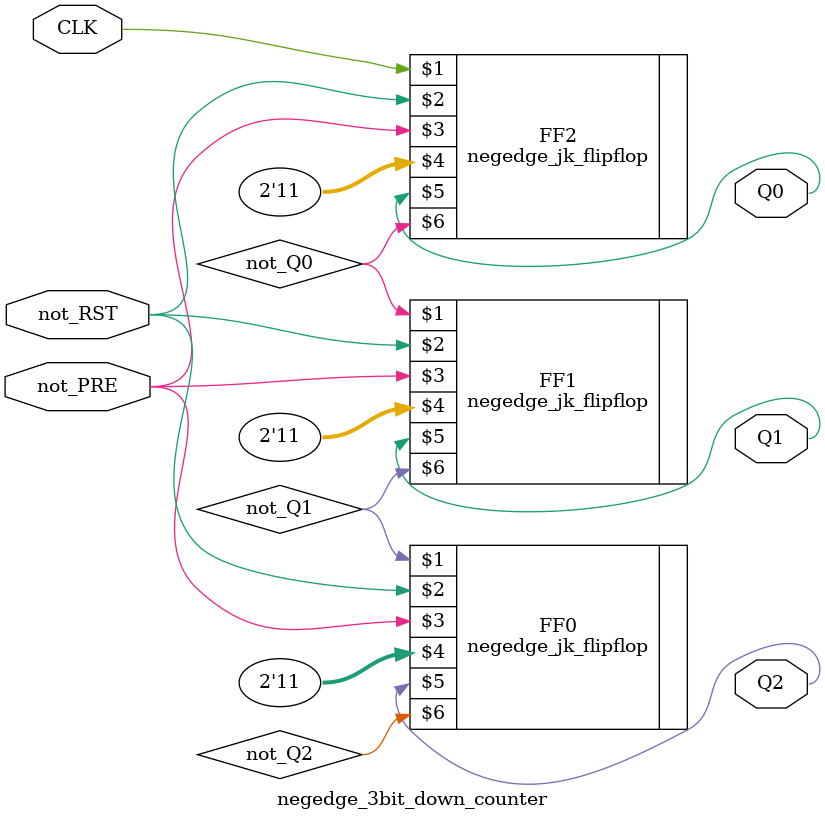
<source format=sv>

module negedge_3bit_down_counter(CLK, not_RST, not_PRE, Q0, Q1, Q2);
    input CLK, not_RST, not_PRE;
    output reg Q0, Q1, Q2;
    wire not_Q0, not_Q1, not_Q2;

    negedge_jk_flipflop FF2(CLK, not_RST, not_PRE, 2'b11, Q0, not_Q0);
    negedge_jk_flipflop FF1(not_Q0, not_RST, not_PRE, 2'b11, Q1, not_Q1);
    negedge_jk_flipflop FF0(not_Q1, not_RST, not_PRE, 2'b11, Q2, not_Q2);
endmodule

</source>
